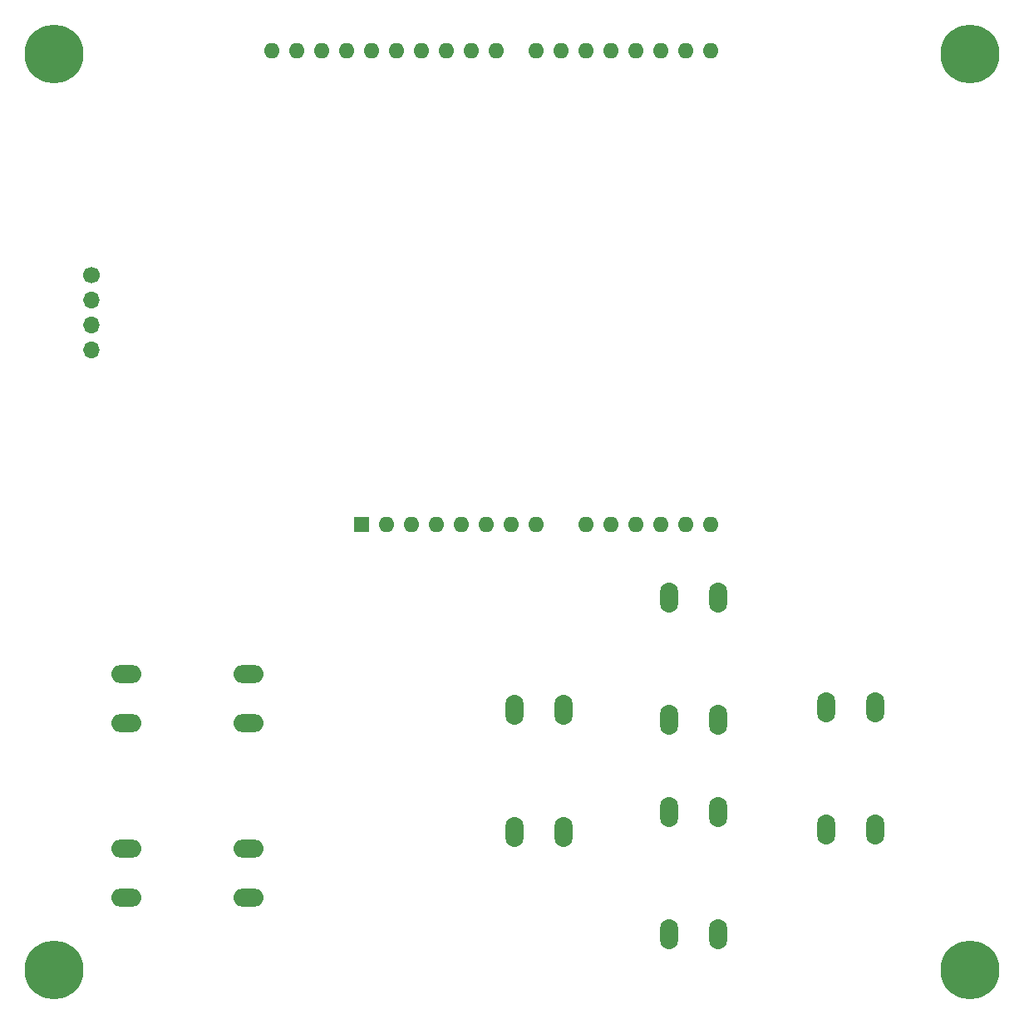
<source format=gbs>
G04 #@! TF.GenerationSoftware,KiCad,Pcbnew,7.0.10*
G04 #@! TF.CreationDate,2024-02-17T15:34:17+01:00*
G04 #@! TF.ProjectId,minigame,6d696e69-6761-46d6-952e-6b696361645f,1.0*
G04 #@! TF.SameCoordinates,Original*
G04 #@! TF.FileFunction,Soldermask,Bot*
G04 #@! TF.FilePolarity,Negative*
%FSLAX46Y46*%
G04 Gerber Fmt 4.6, Leading zero omitted, Abs format (unit mm)*
G04 Created by KiCad (PCBNEW 7.0.10) date 2024-02-17 15:34:17*
%MOMM*%
%LPD*%
G01*
G04 APERTURE LIST*
%ADD10C,3.400000*%
%ADD11C,6.000000*%
%ADD12O,1.850000X3.048000*%
%ADD13O,1.700000X1.700000*%
%ADD14C,1.700000*%
%ADD15O,3.048000X1.850000*%
%ADD16R,1.600000X1.600000*%
%ADD17O,1.600000X1.600000*%
G04 APERTURE END LIST*
D10*
X88026003Y-147030405D03*
D11*
X88026003Y-147030405D03*
D12*
X150662000Y-143400000D03*
X150662000Y-130900000D03*
X155662000Y-143400000D03*
X155662000Y-130900000D03*
D10*
X88014755Y-53691093D03*
D11*
X88014755Y-53691093D03*
D12*
X150662000Y-121556000D03*
X150662000Y-109056000D03*
X155662000Y-121556000D03*
X155662000Y-109056000D03*
D10*
X181347229Y-147030967D03*
D11*
X181347229Y-147030967D03*
D12*
X166664000Y-132732000D03*
X166664000Y-120232000D03*
X171664000Y-132732000D03*
X171664000Y-120232000D03*
D13*
X91850000Y-83820000D03*
X91850000Y-81280000D03*
X91850000Y-78740000D03*
D14*
X91850000Y-76200000D03*
D15*
X95360000Y-116880000D03*
X107860000Y-116880000D03*
X95360000Y-121880000D03*
X107860000Y-121880000D03*
X95360000Y-134660000D03*
X107860000Y-134660000D03*
X95360000Y-139660000D03*
X107860000Y-139660000D03*
D12*
X134914000Y-132986000D03*
X134914000Y-120486000D03*
X139914000Y-132986000D03*
X139914000Y-120486000D03*
D16*
X119380000Y-101600000D03*
D17*
X121920000Y-101600000D03*
X124460000Y-101600000D03*
X127000000Y-101600000D03*
X129540000Y-101600000D03*
X132080000Y-101600000D03*
X134620000Y-101600000D03*
X137160000Y-101600000D03*
X142240000Y-101600000D03*
X144780000Y-101600000D03*
X147320000Y-101600000D03*
X149860000Y-101600000D03*
X152400000Y-101600000D03*
X154940000Y-101600000D03*
X154940000Y-53340000D03*
X152400000Y-53340000D03*
X149860000Y-53340000D03*
X147320000Y-53340000D03*
X144780000Y-53340000D03*
X142240000Y-53340000D03*
X139700000Y-53340000D03*
X137160000Y-53340000D03*
X133100000Y-53340000D03*
X130560000Y-53340000D03*
X128020000Y-53340000D03*
X125480000Y-53340000D03*
X122940000Y-53340000D03*
X120400000Y-53340000D03*
X117860000Y-53340000D03*
X115320000Y-53340000D03*
X112780000Y-53340000D03*
X110240000Y-53340000D03*
D10*
X181367708Y-53718198D03*
D11*
X181367708Y-53718198D03*
M02*

</source>
